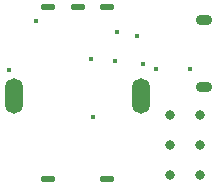
<source format=gbr>
%TF.GenerationSoftware,Altium Limited,Altium Designer,20.1.8 (145)*%
G04 Layer_Color=0*
%FSLAX45Y45*%
%MOMM*%
%TF.SameCoordinates,69C50D53-9BFA-4F85-B750-FB8D41B2BBF4*%
%TF.FilePolarity,Positive*%
%TF.FileFunction,Plated,1,2,PTH,Drill*%
%TF.Part,Single*%
G01*
G75*
%TA.AperFunction,ComponentDrill*%
%ADD48O,1.40000X0.90000*%
%ADD49C,0.80000*%
%ADD50O,1.50000X3.00000*%
%ADD51O,1.25000X0.50000*%
%TA.AperFunction,ViaDrill,NotFilled*%
%ADD52C,0.40000*%
D48*
X1748013Y1415022D02*
D03*
Y849022D02*
D03*
D49*
X1459369Y614096D02*
D03*
Y106096D02*
D03*
X1713369D02*
D03*
X1459369Y360096D02*
D03*
X1713369D02*
D03*
Y614096D02*
D03*
D50*
X1214541Y775480D02*
D03*
X139541D02*
D03*
D51*
X427041Y75479D02*
D03*
X927041D02*
D03*
X677041Y1525480D02*
D03*
X427041D02*
D03*
X927041D02*
D03*
D52*
X1345114Y1002022D02*
D03*
X1626195D02*
D03*
X326139Y1411197D02*
D03*
X1178573Y1278773D02*
D03*
X805451Y597704D02*
D03*
X1232525Y1046674D02*
D03*
X93980Y997645D02*
D03*
X1009942Y1318260D02*
D03*
X996183Y1069981D02*
D03*
X787041Y1084039D02*
D03*
%TF.MD5,cfe4534fc03695cbf94e3e59c615c204*%
M02*

</source>
